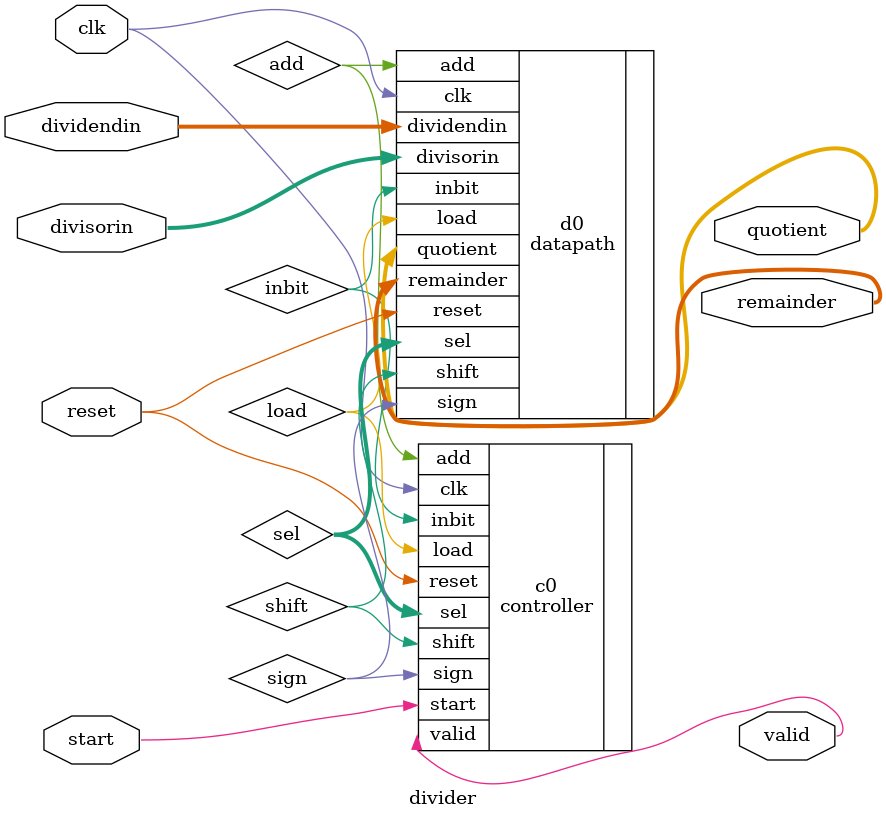
<source format=v>


`include "datapath.v"
`include "controller.v"

module divider(
         remainder,
         quotient,
	       valid,
         divisorin,
         dividendin,
         start,
         clk,
         reset);

output [6:0] remainder;
output [7:0] quotient;
output valid;  
input [6:0] divisorin;
input [7:0] dividendin;
input start;
input clk;
input reset;

wire sign, load, add, shift, inbit;
wire[1:0] sel;

datapath d0(
  .remainder(remainder),
  .quotient(quotient),
  .sign(sign),
  .divisorin(divisorin),
  .dividendin(dividendin),
  .load(load),
  .add(add),
  .shift(shift),
  .inbit(inbit),
  .sel(sel),
  .clk(clk),
  .reset(reset)
);

controller c0(
  .load(load),
  .add(add),
  .shift(shift),
  .inbit(inbit),
  .sel(sel),
  .valid(valid),
  .start(start),
  .sign(sign),
  .clk(clk),
  .reset(reset)
);

endmodule

</source>
